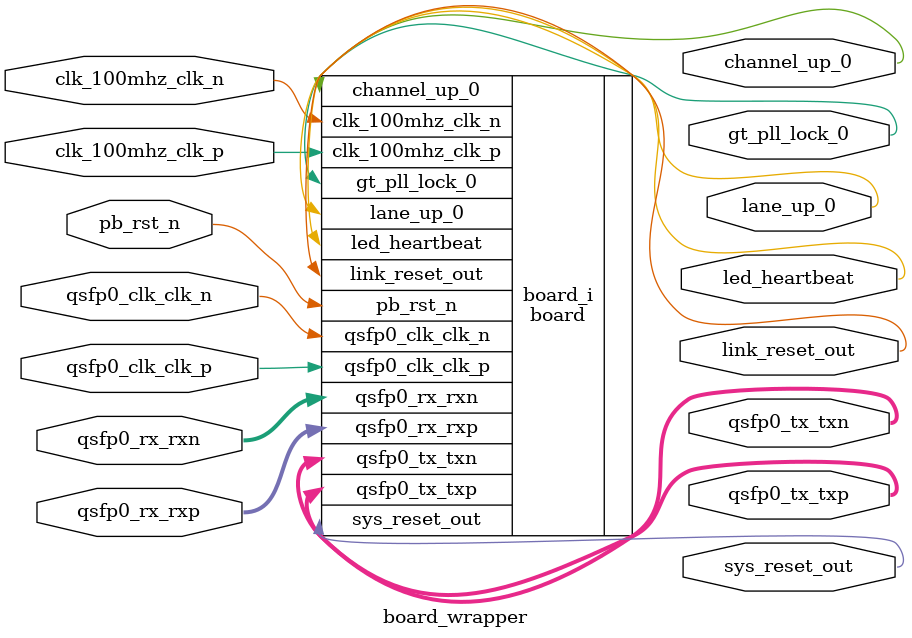
<source format=v>
`timescale 1 ps / 1 ps

module board_wrapper
   (channel_up_0,
    clk_100mhz_clk_n,
    clk_100mhz_clk_p,
    gt_pll_lock_0,
    lane_up_0,
    led_heartbeat,
    link_reset_out,
    pb_rst_n,
    qsfp0_clk_clk_n,
    qsfp0_clk_clk_p,
    qsfp0_rx_rxn,
    qsfp0_rx_rxp,
    qsfp0_tx_txn,
    qsfp0_tx_txp,
    sys_reset_out);
  output channel_up_0;
  input [0:0]clk_100mhz_clk_n;
  input [0:0]clk_100mhz_clk_p;
  output gt_pll_lock_0;
  output [0:0]lane_up_0;
  output led_heartbeat;
  output link_reset_out;
  input pb_rst_n;
  input qsfp0_clk_clk_n;
  input qsfp0_clk_clk_p;
  input [0:3]qsfp0_rx_rxn;
  input [0:3]qsfp0_rx_rxp;
  output [0:3]qsfp0_tx_txn;
  output [0:3]qsfp0_tx_txp;
  output sys_reset_out;

  wire channel_up_0;
  wire [0:0]clk_100mhz_clk_n;
  wire [0:0]clk_100mhz_clk_p;
  wire gt_pll_lock_0;
  wire [0:0]lane_up_0;
  wire led_heartbeat;
  wire link_reset_out;
  wire pb_rst_n;
  wire qsfp0_clk_clk_n;
  wire qsfp0_clk_clk_p;
  wire [0:3]qsfp0_rx_rxn;
  wire [0:3]qsfp0_rx_rxp;
  wire [0:3]qsfp0_tx_txn;
  wire [0:3]qsfp0_tx_txp;
  wire sys_reset_out;

  board board_i
       (.channel_up_0(channel_up_0),
        .clk_100mhz_clk_n(clk_100mhz_clk_n),
        .clk_100mhz_clk_p(clk_100mhz_clk_p),
        .gt_pll_lock_0(gt_pll_lock_0),
        .lane_up_0(lane_up_0),
        .led_heartbeat(led_heartbeat),
        .link_reset_out(link_reset_out),
        .pb_rst_n(pb_rst_n),
        .qsfp0_clk_clk_n(qsfp0_clk_clk_n),
        .qsfp0_clk_clk_p(qsfp0_clk_clk_p),
        .qsfp0_rx_rxn(qsfp0_rx_rxn),
        .qsfp0_rx_rxp(qsfp0_rx_rxp),
        .qsfp0_tx_txn(qsfp0_tx_txn),
        .qsfp0_tx_txp(qsfp0_tx_txp),
        .sys_reset_out(sys_reset_out));
endmodule

</source>
